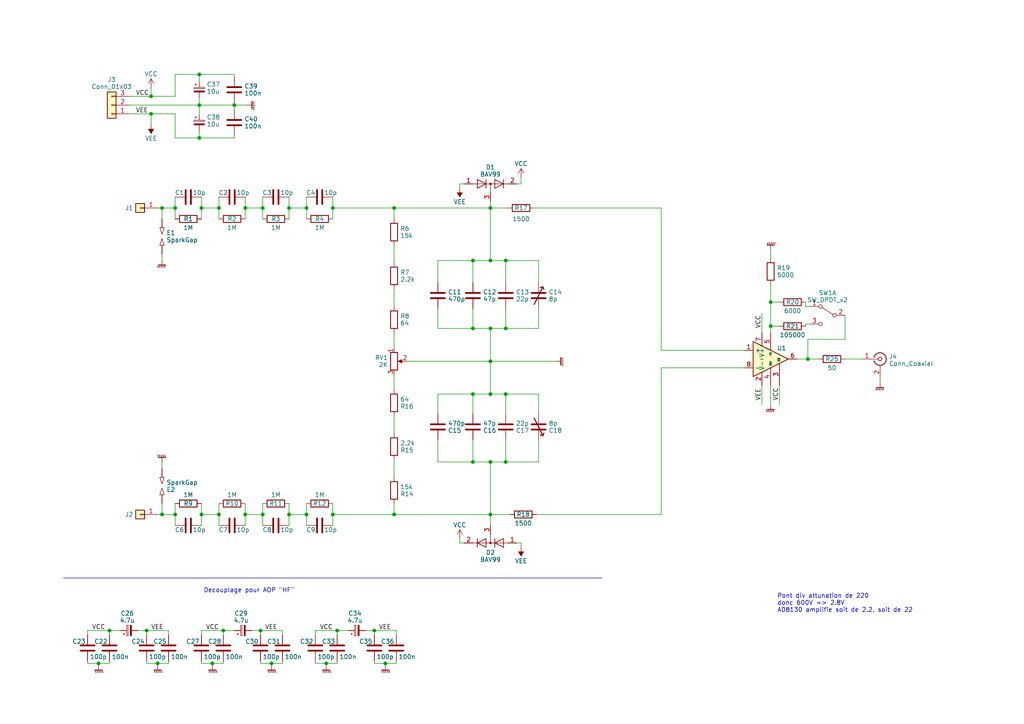
<source format=kicad_sch>
(kicad_sch (version 20230121) (generator eeschema)
  (paper "A4")
  (title_block (title "Sonde differentielle 10 - 100x 600V") (date "2023-06-28") (rev "0.1") (comment 1 "Bande passant d'env 60MHz en 100x") (comment 2 "Bande passant d'env 12 MHz en 10x"))
  (lib_symbols
    (symbol "Connector:Conn_Coaxial" (pin_names (offset 1.016) hide)
      (property "Reference" "J" (at 0.254 3.048 0))
      (property "Value" "Conn_Coaxial" (at 2.921 0 90))
      (symbol "Conn_Coaxial_0_1"
        (arc (start -1.778 -0.508) (mid 0.2311 -1.8066) (end 1.778 0) (stroke (width 0.254)))
        (polyline (pts (xy -2.54 0) (xy -0.508 0)))
        (polyline (pts (xy 0 -2.54) (xy 0 -1.778)))
        (circle (center 0 0) (radius 0.508) (stroke (width 0.2032)))
        (arc (start 1.778 0) (mid 0.2099 1.8101) (end -1.778 0.508) (stroke (width 0.254)))
      )
      (symbol "Conn_Coaxial_1_1"
        (pin passive line (at -5.08 0 0) (length 2.54) (name "In") (number "1"))
        (pin passive line (at 0 -5.08 90) (length 2.54) (name "Ext") (number "2"))
      )
    )
    (symbol "Connector_Generic:Conn_01x01" (pin_names (offset 1.016) hide)
      (property "Reference" "J" (at 0 2.54 0))
      (property "Value" "Conn_01x01" (at 0 -2.54 0))
      (symbol "Conn_01x01_1_1"
        (rectangle (start -1.27 0.127) (end 0 -0.127) (stroke (width 0.1524)))
        (rectangle (start -1.27 1.27) (end 1.27 -1.27) (stroke (width 0.254)) (fill (type background)))
        (pin passive line (at -5.08 0 0) (length 3.81) (name "Pin_1") (number "1"))
      )
    )
    (symbol "Connector_Generic:Conn_01x03" (pin_names (offset 1.016) hide)
      (property "Reference" "J" (at 0 5.08 0))
      (property "Value" "Conn_01x03" (at 0 -5.08 0))
      (symbol "Conn_01x03_1_1"
        (rectangle (start -1.27 -2.413) (end 0 -2.667) (stroke (width 0.1524)))
        (rectangle (start -1.27 0.127) (end 0 -0.127) (stroke (width 0.1524)))
        (rectangle (start -1.27 2.667) (end 0 2.413) (stroke (width 0.1524)))
        (rectangle (start -1.27 3.81) (end 1.27 -3.81) (stroke (width 0.254)) (fill (type background)))
        (pin passive line (at -5.08 2.54 0) (length 3.81) (name "Pin_1") (number "1"))
        (pin passive line (at -5.08 0 0) (length 3.81) (name "Pin_2") (number "2"))
        (pin passive line (at -5.08 -2.54 0) (length 3.81) (name "Pin_3") (number "3"))
      )
    )
    (symbol "Device:C" (pin_numbers hide) (pin_names (offset 0.254))
      (property "Reference" "C" (at 0.635 2.54 0))
      (property "Value" "C" (at 0.635 -2.54 0))
      (symbol "C_0_1"
        (polyline (pts (xy -2.032 -0.762) (xy 2.032 -0.762)) (stroke (width 0.508)))
        (polyline (pts (xy -2.032 0.762) (xy 2.032 0.762)) (stroke (width 0.508)))
      )
      (symbol "C_1_1"
        (pin passive line (at 0 3.81 270) (length 2.794) (name "~") (number "1"))
        (pin passive line (at 0 -3.81 90) (length 2.794) (name "~") (number "2"))
      )
    )
    (symbol "Device:C_Polarized_Small" (pin_numbers hide) (pin_names (offset 0.254) hide)
      (property "Reference" "C" (at 0.254 1.778 0))
      (property "Value" "C_Polarized_Small" (at 0.254 -2.032 0))
      (symbol "C_Polarized_Small_0_1"
        (rectangle (start -1.524 -0.3048) (end 1.524 -0.6858) (fill (type outline)))
        (rectangle (start -1.524 0.6858) (end 1.524 0.3048))
        (polyline (pts (xy -1.27 1.524) (xy -0.762 1.524)))
        (polyline (pts (xy -1.016 1.27) (xy -1.016 1.778)))
      )
      (symbol "C_Polarized_Small_1_1"
        (pin passive line (at 0 2.54 270) (length 1.8542) (name "~") (number "1"))
        (pin passive line (at 0 -2.54 90) (length 1.8542) (name "~") (number "2"))
      )
    )
    (symbol "Device:C_Variable" (pin_numbers hide) (pin_names (offset 0.254) hide)
      (property "Reference" "C" (at 0.635 -1.905 0))
      (property "Value" "C_Variable" (at 0.635 -3.81 0))
      (symbol "C_Variable_0_1"
        (polyline (pts (xy -2.032 -0.762) (xy 2.032 -0.762)) (stroke (width 0.508)))
        (polyline (pts (xy -2.032 0.762) (xy 2.032 0.762)) (stroke (width 0.508)))
        (polyline (pts (xy 1.27 2.54) (xy -1.27 -2.54)) (stroke (width 0.3048)))
        (polyline (pts (xy 1.27 2.54) (xy 0.508 2.286)) (stroke (width 0.3048)))
        (polyline (pts (xy 1.27 2.54) (xy 1.524 1.778)) (stroke (width 0.3048)))
      )
      (symbol "C_Variable_1_1"
        (pin passive line (at 0 3.81 270) (length 3.048) (name "~") (number "1"))
        (pin passive line (at 0 -3.81 90) (length 3.048) (name "~") (number "2"))
      )
    )
    (symbol "Device:R" (pin_numbers hide) (pin_names (offset 0))
      (property "Reference" "R" (at 2.032 0 90))
      (property "Value" "R" (at 0 0 90))
      (symbol "R_0_1"
        (rectangle (start -1.016 -2.54) (end 1.016 2.54) (stroke (width 0.254)))
      )
      (symbol "R_1_1"
        (pin passive line (at 0 3.81 270) (length 1.27) (name "~") (number "1"))
        (pin passive line (at 0 -3.81 90) (length 1.27) (name "~") (number "2"))
      )
    )
    (symbol "Device:R_Potentiometer" (pin_names (offset 1.016) hide)
      (property "Reference" "RV" (at -4.445 0 90))
      (property "Value" "R_Potentiometer" (at -2.54 0 90))
      (symbol "R_Potentiometer_0_1"
        (polyline (pts (xy 2.54 0) (xy 1.524 0)))
        (polyline (pts (xy 1.143 0) (xy 2.286 0.508) (xy 2.286 -0.508) (xy 1.143 0)) (fill (type outline)))
        (rectangle (start 1.016 2.54) (end -1.016 -2.54) (stroke (width 0.254)))
      )
      (symbol "R_Potentiometer_1_1"
        (pin passive line (at 0 3.81 270) (length 1.27) (name "1") (number "1"))
        (pin passive line (at 3.81 0 180) (length 1.27) (name "2") (number "2"))
        (pin passive line (at 0 -3.81 90) (length 1.27) (name "3") (number "3"))
      )
    )
    (symbol "Device:SparkGap" (pin_numbers hide) (pin_names (offset 0))
      (property "Reference" "E" (at 0 2.032 0))
      (property "Value" "SparkGap" (at 0 -1.905 0))
      (symbol "SparkGap_0_1"
        (polyline (pts (xy -2.54 0.635) (xy -2.54 -0.635) (xy -0.635 0) (xy -2.54 0.635)))
        (polyline (pts (xy 2.54 0.635) (xy 2.54 -0.635) (xy 0.635 0) (xy 2.54 0.635)))
      )
      (symbol "SparkGap_1_1"
        (pin passive line (at -5.08 0 0) (length 2.54) (name "~") (number "1"))
        (pin passive line (at 5.08 0 180) (length 2.54) (name "~") (number "2"))
      )
    )
    (symbol "Diode:BAV99" (pin_names hide)
      (property "Reference" "D" (at 0 5.08 0))
      (property "Value" "BAV99" (at 0 2.54 0))
      (symbol "BAV99_0_1"
        (polyline (pts (xy -5.08 0) (xy 5.08 0)))
      )
      (symbol "BAV99_1_1"
        (polyline (pts (xy 0 0) (xy 0 -2.54)))
        (polyline (pts (xy -1.27 -1.27) (xy -1.27 1.27) (xy -1.27 1.27)) (stroke (width 0.2032)))
        (polyline (pts (xy 3.81 1.27) (xy 3.81 -1.27) (xy 3.81 -1.27)) (stroke (width 0.2032)))
        (polyline (pts (xy -3.81 1.27) (xy -1.27 0) (xy -3.81 -1.27) (xy -3.81 1.27) (xy -3.81 1.27) (xy -3.81 1.27)) (stroke (width 0.2032)))
        (polyline (pts (xy 1.27 1.27) (xy 3.81 0) (xy 1.27 -1.27) (xy 1.27 1.27) (xy 1.27 1.27) (xy 1.27 1.27)) (stroke (width 0.2032)))
        (circle (center 0 0) (radius 0.254) (fill (type outline)))
        (pin passive line (at -7.62 0 0) (length 2.54) (name "K") (number "1"))
        (pin passive line (at 7.62 0 180) (length 2.54) (name "A") (number "2"))
        (pin passive line (at 0 -5.08 90) (length 2.54) (name "K") (number "3"))
      )
    )
    (symbol "Switch:SW_DPDT_x2" (pin_names (offset 0) hide)
      (property "Reference" "SW" (at 0 4.318 0))
      (property "Value" "SW_DPDT_x2" (at 0 -5.08 0))
      (symbol "SW_DPDT_x2_0_0"
        (circle (center -2.032 0) (radius 0.508))
        (circle (center 2.032 -2.54) (radius 0.508))
      )
      (symbol "SW_DPDT_x2_0_1"
        (polyline (pts (xy -1.524 0.254) (xy 1.651 2.286)))
        (circle (center 2.032 2.54) (radius 0.508))
      )
      (symbol "SW_DPDT_x2_1_1"
        (pin passive line (at 5.08 2.54 180) (length 2.54) (name "A") (number "1"))
        (pin passive line (at -5.08 0 0) (length 2.54) (name "B") (number "2"))
        (pin passive line (at 5.08 -2.54 180) (length 2.54) (name "C") (number "3"))
      )
      (symbol "SW_DPDT_x2_2_1"
        (pin passive line (at 5.08 2.54 180) (length 2.54) (name "A") (number "4"))
        (pin passive line (at -5.08 0 0) (length 2.54) (name "B") (number "5"))
        (pin passive line (at 5.08 -2.54 180) (length 2.54) (name "C") (number "6"))
      )
    )
    (symbol "Xg_lib_sch_v6:AD8130_29"
      (property "Reference" "U" (at 0 0 0))
      (symbol "AD8130_29_0_1"
        (polyline (pts (xy 7.62 0) (xy -2.54 5.08) (xy -2.54 -5.08) (xy 7.62 0)) (stroke (width 0.254)) (fill (type background)))
      )
      (symbol "AD8130_29_1_1"
        (pin input line (at -5.08 2.54 0) (length 2.54) (name "+") (number "1"))
        (pin power_in line (at 0 -7.62 90) (length 3.81) (name "V-") (number "2"))
        (pin passive line (at 5.08 -7.62 90) (length 6.35) (name "~{PD}") (number "3"))
        (pin passive line (at 2.54 -7.62 90) (length 5.08) (name "REF") (number "4"))
        (pin passive line (at 2.54 7.62 270) (length 5.08) (name "FB") (number "5"))
        (pin output line (at 10.16 0 180) (length 2.54) (name "~") (number "6"))
        (pin power_in line (at 0 7.62 270) (length 3.81) (name "V+") (number "7"))
        (pin input line (at -5.08 -2.54 0) (length 2.54) (name "-") (number "8"))
      )
    )
    (symbol "power:GNDPWR" (power) (pin_names (offset 0))
      (property "Value" "GNDPWR" (at 0 -3.302 0))
      (symbol "GNDPWR_0_1"
        (polyline (pts (xy 0 -1.27) (xy 0 0)))
        (polyline (pts (xy -1.016 -1.27) (xy -1.27 -2.032) (xy -1.27 -2.032)) (stroke (width 0.2032)))
        (polyline (pts (xy -0.508 -1.27) (xy -0.762 -2.032) (xy -0.762 -2.032)) (stroke (width 0.2032)))
        (polyline (pts (xy 0 -1.27) (xy -0.254 -2.032) (xy -0.254 -2.032)) (stroke (width 0.2032)))
        (polyline (pts (xy 0.508 -1.27) (xy 0.254 -2.032) (xy 0.254 -2.032)) (stroke (width 0.2032)))
        (polyline (pts (xy 1.016 -1.27) (xy -1.016 -1.27) (xy -1.016 -1.27)) (stroke (width 0.2032)))
        (polyline (pts (xy 1.016 -1.27) (xy 0.762 -2.032) (xy 0.762 -2.032) (xy 0.762 -2.032)) (stroke (width 0.2032)))
      )
      (symbol "GNDPWR_1_1"
        (pin power_in line (at 0 0 270) (length 0) hide (name "GNDPWR") (number "1"))
      )
    )
    (symbol "power:VCC" (power) (pin_names (offset 0))
      (property "Value" "VCC" (at 0 3.81 0))
      (symbol "VCC_0_1"
        (polyline (pts (xy -0.762 1.27) (xy 0 2.54)))
        (polyline (pts (xy 0 0) (xy 0 2.54)))
        (polyline (pts (xy 0 2.54) (xy 0.762 1.27)))
      )
      (symbol "VCC_1_1"
        (pin power_in line (at 0 0 90) (length 0) hide (name "VCC") (number "1"))
      )
    )
    (symbol "power:VEE" (power) (pin_names (offset 0))
      (property "Value" "VEE" (at 0 3.81 0))
      (symbol "VEE_0_1"
        (polyline (pts (xy 0 0) (xy 0 2.54)))
        (polyline (pts (xy 0.762 1.27) (xy -0.762 1.27) (xy 0 2.54) (xy 0.762 1.27)) (fill (type outline)))
      )
      (symbol "VEE_1_1"
        (pin power_in line (at 0 0 90) (length 0) hide (name "VEE") (number "1"))
      )
    )
  )
  (junction (at 223.52 87.63))
  (junction (at 43.815 33.02))
  (junction (at 96.52 60.325))
  (junction (at 58.42 60.325))
  (junction (at 96.52 149.225))
  (junction (at 71.12 60.325))
  (junction (at 146.685 95.25))
  (junction (at 234.315 104.14))
  (junction (at 142.24 104.775))
  (junction (at 50.8 60.325))
  (junction (at 67.945 30.48))
  (junction (at 78.74 192.405))
  (junction (at 137.16 114.3))
  (junction (at 50.8 149.225))
  (junction (at 76.2 60.325))
  (junction (at 142.24 95.25))
  (junction (at 142.24 114.3))
  (junction (at 94.615 192.405))
  (junction (at 146.685 75.565))
  (junction (at 111.76 192.405))
  (junction (at 146.685 133.985))
  (junction (at 114.3 149.225))
  (junction (at 137.16 75.565))
  (junction (at 63.5 149.225))
  (junction (at 61.595 192.405))
  (junction (at 83.82 60.325))
  (junction (at 146.685 114.3))
  (junction (at 57.785 21.59))
  (junction (at 137.16 95.25))
  (junction (at 142.24 133.985))
  (junction (at 71.12 149.225))
  (junction (at 31.75 182.88))
  (junction (at 142.24 149.225))
  (junction (at 46.99 149.225))
  (junction (at 57.785 30.48))
  (junction (at 57.785 40.005))
  (junction (at 58.42 149.225))
  (junction (at 142.24 75.565))
  (junction (at 45.72 192.405))
  (junction (at 83.82 149.225))
  (junction (at 76.2 149.225))
  (junction (at 64.77 182.88))
  (junction (at 88.9 149.225))
  (junction (at 137.16 133.985))
  (junction (at 142.24 60.325))
  (junction (at 42.545 182.88))
  (junction (at 63.5 60.325))
  (junction (at 75.565 182.88))
  (junction (at 28.575 192.405))
  (junction (at 223.52 94.615))
  (junction (at 114.3 60.325))
  (junction (at 46.99 60.325))
  (junction (at 43.815 27.94))
  (junction (at 97.79 182.88))
  (junction (at 88.9 60.325))
  (junction (at 108.585 182.88))
  (wire (pts (xy 155.575 149.225) (xy 191.77 149.225)))
  (wire (pts (xy 76.2 60.325) (xy 76.2 63.5)))
  (wire (pts (xy 43.815 33.02) (xy 43.815 36.195)))
  (wire (pts (xy 48.895 191.77) (xy 48.895 192.405)))
  (wire (pts (xy 46.99 73.66) (xy 46.99 75.565)))
  (wire (pts (xy 46.99 149.225) (xy 50.8 149.225)))
  (wire (pts (xy 71.12 152.4) (xy 71.12 149.225)))
  (wire (pts (xy 223.52 82.55) (xy 223.52 87.63)))
  (wire (pts (xy 134.62 53.34) (xy 133.35 53.34)))
  (wire (pts (xy 151.13 157.48) (xy 151.13 158.75)))
  (wire (pts (xy 28.575 192.405) (xy 25.4 192.405)))
  (wire (pts (xy 58.42 60.325) (xy 63.5 60.325)))
  (wire (pts (xy 245.11 91.44) (xy 245.11 98.425)))
  (wire (pts (xy 83.82 149.225) (xy 88.9 149.225)))
  (wire (pts (xy 96.52 149.225) (xy 96.52 146.05)))
  (wire (pts (xy 97.79 182.88) (xy 97.79 184.15)))
  (wire (pts (xy 83.82 152.4) (xy 83.82 149.225)))
  (wire (pts (xy 137.16 75.565) (xy 137.16 81.915)))
  (wire (pts (xy 42.545 192.405) (xy 45.72 192.405)))
  (wire (pts (xy 114.3 149.225) (xy 142.24 149.225)))
  (wire (pts (xy 154.94 60.325) (xy 191.77 60.325)))
  (wire (pts (xy 42.545 184.15) (xy 42.545 182.88)))
  (wire (pts (xy 114.3 146.05) (xy 114.3 149.225)))
  (wire (pts (xy 156.21 95.25) (xy 156.21 89.535)))
  (wire (pts (xy 223.52 72.39) (xy 223.52 74.93)))
  (wire (pts (xy 191.77 60.325) (xy 191.77 101.6)))
  (wire (pts (xy 127 89.535) (xy 127 95.25)))
  (wire (pts (xy 58.42 182.88) (xy 64.77 182.88)))
  (wire (pts (xy 108.585 191.77) (xy 108.585 192.405)))
  (wire (pts (xy 234.315 98.425) (xy 234.315 104.14)))
  (wire (pts (xy 61.595 192.405) (xy 61.595 193.04)))
  (wire (pts (xy 114.3 138.43) (xy 114.3 133.35)))
  (wire (pts (xy 48.895 182.88) (xy 48.895 184.15)))
  (wire (pts (xy 156.21 114.3) (xy 156.21 120.015)))
  (wire (pts (xy 91.44 184.15) (xy 91.44 182.88)))
  (wire (pts (xy 58.42 149.225) (xy 63.5 149.225)))
  (wire (pts (xy 25.4 182.88) (xy 31.75 182.88)))
  (wire (pts (xy 151.13 51.435) (xy 151.13 53.34)))
  (wire (pts (xy 97.79 182.88) (xy 100.965 182.88)))
  (wire (pts (xy 91.44 182.88) (xy 97.79 182.88)))
  (wire (pts (xy 58.42 192.405) (xy 58.42 191.77)))
  (wire (pts (xy 28.575 192.405) (xy 28.575 193.04)))
  (wire (pts (xy 37.465 33.02) (xy 43.815 33.02)))
  (wire (pts (xy 63.5 60.325) (xy 63.5 63.5)))
  (wire (pts (xy 50.8 33.02) (xy 50.8 40.005)))
  (wire (pts (xy 97.79 192.405) (xy 94.615 192.405)))
  (wire (pts (xy 127 81.915) (xy 127 75.565)))
  (wire (pts (xy 31.75 192.405) (xy 28.575 192.405)))
  (wire (pts (xy 142.24 149.225) (xy 142.24 152.4)))
  (wire (pts (xy 64.77 192.405) (xy 61.595 192.405)))
  (wire (pts (xy 45.72 192.405) (xy 45.72 193.04)))
  (wire (pts (xy 114.3 108.585) (xy 114.3 113.03)))
  (wire (pts (xy 83.82 149.225) (xy 83.82 146.05)))
  (wire (pts (xy 96.52 60.325) (xy 114.3 60.325)))
  (wire (pts (xy 191.77 101.6) (xy 215.9 101.6)))
  (wire (pts (xy 133.35 157.48) (xy 134.62 157.48)))
  (wire (pts (xy 142.24 95.25) (xy 142.24 104.775)))
  (wire (pts (xy 75.565 182.88) (xy 81.915 182.88)))
  (wire (pts (xy 191.77 106.68) (xy 191.77 149.225)))
  (wire (pts (xy 81.915 191.77) (xy 81.915 192.405)))
  (wire (pts (xy 76.2 149.225) (xy 76.2 146.05)))
  (wire (pts (xy 127 133.985) (xy 137.16 133.985)))
  (wire (pts (xy 137.16 89.535) (xy 137.16 95.25)))
  (wire (pts (xy 76.2 57.15) (xy 76.2 60.325)))
  (wire (pts (xy 142.24 104.775) (xy 142.24 114.3)))
  (wire (pts (xy 142.24 60.325) (xy 147.32 60.325)))
  (wire (pts (xy 63.5 57.15) (xy 63.5 60.325)))
  (wire (pts (xy 57.785 21.59) (xy 57.785 23.495)))
  (wire (pts (xy 127 114.3) (xy 137.16 114.3)))
  (wire (pts (xy 146.685 133.985) (xy 146.685 127.635)))
  (wire (pts (xy 156.21 75.565) (xy 156.21 81.915)))
  (wire (pts (xy 146.685 75.565) (xy 156.21 75.565)))
  (wire (pts (xy 133.35 156.21) (xy 133.35 157.48)))
  (wire (pts (xy 108.585 182.88) (xy 114.935 182.88)))
  (wire (pts (xy 114.3 125.73) (xy 114.3 120.65)))
  (wire (pts (xy 67.945 30.48) (xy 67.945 31.75)))
  (wire (pts (xy 57.785 40.005) (xy 67.945 40.005)))
  (wire (pts (xy 142.24 104.775) (xy 161.29 104.775)))
  (wire (pts (xy 71.12 149.225) (xy 71.12 146.05)))
  (wire (pts (xy 75.565 191.77) (xy 75.565 192.405)))
  (wire (pts (xy 25.4 192.405) (xy 25.4 191.77)))
  (wire (pts (xy 146.685 89.535) (xy 146.685 95.25)))
  (wire (pts (xy 40.005 182.88) (xy 42.545 182.88)))
  (wire (pts (xy 106.045 182.88) (xy 108.585 182.88)))
  (wire (pts (xy 142.24 114.3) (xy 146.685 114.3)))
  (wire (pts (xy 57.785 30.48) (xy 57.785 33.02)))
  (wire (pts (xy 91.44 192.405) (xy 91.44 191.77)))
  (wire (pts (xy 50.8 40.005) (xy 57.785 40.005)))
  (wire (pts (xy 83.82 60.325) (xy 83.82 63.5)))
  (wire (pts (xy 64.77 191.77) (xy 64.77 192.405)))
  (wire (pts (xy 63.5 149.225) (xy 63.5 146.05)))
  (wire (pts (xy 83.82 60.325) (xy 88.9 60.325)))
  (wire (pts (xy 245.11 98.425) (xy 234.315 98.425)))
  (wire (pts (xy 94.615 192.405) (xy 94.615 193.04)))
  (wire (pts (xy 146.685 120.015) (xy 146.685 114.3)))
  (wire (pts (xy 46.99 60.325) (xy 46.99 63.5)))
  (wire (pts (xy 57.785 38.1) (xy 57.785 40.005)))
  (wire (pts (xy 220.98 90.805) (xy 220.98 96.52)))
  (wire (pts (xy 96.52 152.4) (xy 96.52 149.225)))
  (wire (pts (xy 83.82 57.15) (xy 83.82 60.325)))
  (wire (pts (xy 146.685 95.25) (xy 156.21 95.25)))
  (wire (pts (xy 88.9 60.325) (xy 88.9 63.5)))
  (wire (pts (xy 114.3 83.82) (xy 114.3 88.9)))
  (wire (pts (xy 234.315 104.14) (xy 237.49 104.14)))
  (wire (pts (xy 137.16 133.985) (xy 137.16 127.635)))
  (wire (pts (xy 46.99 60.325) (xy 50.8 60.325)))
  (wire (pts (xy 67.945 40.005) (xy 67.945 39.37)))
  (wire (pts (xy 137.16 114.3) (xy 142.24 114.3)))
  (wire (pts (xy 76.2 152.4) (xy 76.2 149.225)))
  (wire (pts (xy 45.72 192.405) (xy 48.895 192.405)))
  (wire (pts (xy 63.5 152.4) (xy 63.5 149.225)))
  (wire (pts (xy 58.42 149.225) (xy 58.42 146.05)))
  (wire (pts (xy 67.945 21.59) (xy 67.945 22.225)))
  (wire (pts (xy 223.52 87.63) (xy 223.52 94.615)))
  (wire (pts (xy 233.68 87.63) (xy 233.68 88.9)))
  (wire (pts (xy 233.68 93.98) (xy 234.95 93.98)))
  (wire (pts (xy 71.12 57.15) (xy 71.12 60.325)))
  (wire (pts (xy 37.465 30.48) (xy 57.785 30.48)))
  (wire (pts (xy 137.16 133.985) (xy 142.24 133.985)))
  (wire (pts (xy 31.75 191.77) (xy 31.75 192.405)))
  (wire (pts (xy 88.9 57.15) (xy 88.9 60.325)))
  (wire (pts (xy 146.685 75.565) (xy 146.685 81.915)))
  (wire (pts (xy 37.465 27.94) (xy 43.815 27.94)))
  (wire (pts (xy 108.585 192.405) (xy 111.76 192.405)))
  (wire (pts (xy 146.685 114.3) (xy 156.21 114.3)))
  (wire (pts (xy 50.8 149.225) (xy 50.8 146.05)))
  (wire (pts (xy 50.8 57.15) (xy 50.8 60.325)))
  (wire (pts (xy 64.77 182.88) (xy 64.77 184.15)))
  (wire (pts (xy 57.785 30.48) (xy 67.945 30.48)))
  (wire (pts (xy 75.565 184.15) (xy 75.565 182.88)))
  (wire (pts (xy 31.75 182.88) (xy 31.75 184.15)))
  (wire (pts (xy 127 127.635) (xy 127 133.985)))
  (wire (pts (xy 223.52 94.615) (xy 226.06 94.615)))
  (wire (pts (xy 43.815 25.4) (xy 43.815 27.94)))
  (wire (pts (xy 226.06 111.76) (xy 226.06 117.475)))
  (wire (pts (xy 64.77 182.88) (xy 67.945 182.88)))
  (wire (pts (xy 233.68 88.9) (xy 234.95 88.9)))
  (wire (pts (xy 58.42 57.15) (xy 58.42 60.325)))
  (wire (pts (xy 149.86 53.34) (xy 151.13 53.34)))
  (wire (pts (xy 223.52 94.615) (xy 223.52 96.52)))
  (wire (pts (xy 233.68 94.615) (xy 233.68 93.98)))
  (wire (pts (xy 137.16 75.565) (xy 142.24 75.565)))
  (wire (pts (xy 149.86 157.48) (xy 151.13 157.48)))
  (wire (pts (xy 156.21 133.985) (xy 156.21 127.635)))
  (wire (pts (xy 73.025 182.88) (xy 75.565 182.88)))
  (wire (pts (xy 142.24 133.985) (xy 146.685 133.985)))
  (wire (pts (xy 245.11 104.14) (xy 250.19 104.14)))
  (wire (pts (xy 75.565 192.405) (xy 78.74 192.405)))
  (wire (pts (xy 118.11 104.775) (xy 142.24 104.775)))
  (wire (pts (xy 114.3 63.5) (xy 114.3 60.325)))
  (wire (pts (xy 142.24 58.42) (xy 142.24 60.325)))
  (wire (pts (xy 50.8 27.94) (xy 50.8 21.59)))
  (wire (pts (xy 114.3 71.12) (xy 114.3 76.2)))
  (wire (pts (xy 127 95.25) (xy 137.16 95.25)))
  (wire (pts (xy 50.8 60.325) (xy 50.8 63.5)))
  (wire (pts (xy 142.24 60.325) (xy 142.24 75.565)))
  (wire (pts (xy 223.52 111.76) (xy 223.52 117.475)))
  (wire (pts (xy 220.98 111.76) (xy 220.98 117.475)))
  (wire (pts (xy 114.935 182.88) (xy 114.935 184.15)))
  (wire (pts (xy 142.24 75.565) (xy 146.685 75.565)))
  (wire (pts (xy 43.815 33.02) (xy 50.8 33.02)))
  (wire (pts (xy 50.8 152.4) (xy 50.8 149.225)))
  (wire (pts (xy 71.12 60.325) (xy 71.12 63.5)))
  (wire (pts (xy 57.785 21.59) (xy 67.945 21.59)))
  (wire (pts (xy 43.815 27.94) (xy 50.8 27.94)))
  (wire (pts (xy 67.945 30.48) (xy 71.755 30.48)))
  (wire (pts (xy 223.52 87.63) (xy 226.06 87.63)))
  (wire (pts (xy 78.74 192.405) (xy 81.915 192.405)))
  (wire (pts (xy 78.74 192.405) (xy 78.74 193.04)))
  (wire (pts (xy 96.52 60.325) (xy 96.52 63.5)))
  (wire (pts (xy 25.4 184.15) (xy 25.4 182.88)))
  (wire (pts (xy 111.76 192.405) (xy 114.935 192.405)))
  (wire (pts (xy 45.72 149.225) (xy 46.99 149.225)))
  (wire (pts (xy 114.3 60.325) (xy 142.24 60.325)))
  (wire (pts (xy 114.3 96.52) (xy 114.3 100.965)))
  (wire (pts (xy 31.75 182.88) (xy 34.925 182.88)))
  (wire (pts (xy 127 75.565) (xy 137.16 75.565)))
  (wire (pts (xy 231.14 104.14) (xy 234.315 104.14)))
  (wire (pts (xy 42.545 191.77) (xy 42.545 192.405)))
  (wire (pts (xy 46.99 135.89) (xy 46.99 133.985)))
  (wire (pts (xy 111.76 192.405) (xy 111.76 193.04)))
  (wire (pts (xy 81.915 182.88) (xy 81.915 184.15)))
  (wire (pts (xy 94.615 192.405) (xy 91.44 192.405)))
  (wire (pts (xy 146.685 133.985) (xy 156.21 133.985)))
  (wire (pts (xy 88.9 152.4) (xy 88.9 149.225)))
  (polyline (pts (xy 18.415 167.64) (xy 174.625 167.64)))
  (wire (pts (xy 67.945 29.845) (xy 67.945 30.48)))
  (wire (pts (xy 42.545 182.88) (xy 48.895 182.88)))
  (wire (pts (xy 127 120.015) (xy 127 114.3)))
  (wire (pts (xy 114.935 191.77) (xy 114.935 192.405)))
  (wire (pts (xy 137.16 120.015) (xy 137.16 114.3)))
  (wire (pts (xy 96.52 57.15) (xy 96.52 60.325)))
  (wire (pts (xy 133.35 53.34) (xy 133.35 54.61)))
  (wire (pts (xy 58.42 184.15) (xy 58.42 182.88)))
  (wire (pts (xy 45.72 60.325) (xy 46.99 60.325)))
  (wire (pts (xy 57.785 28.575) (xy 57.785 30.48)))
  (wire (pts (xy 50.8 21.59) (xy 57.785 21.59)))
  (wire (pts (xy 147.955 149.225) (xy 142.24 149.225)))
  (wire (pts (xy 88.9 149.225) (xy 88.9 146.05)))
  (wire (pts (xy 255.27 109.22) (xy 255.27 111.125)))
  (wire (pts (xy 46.99 149.225) (xy 46.99 146.05)))
  (wire (pts (xy 215.9 106.68) (xy 191.77 106.68)))
  (wire (pts (xy 61.595 192.405) (xy 58.42 192.405)))
  (wire (pts (xy 58.42 152.4) (xy 58.42 149.225)))
  (wire (pts (xy 96.52 149.225) (xy 114.3 149.225)))
  (wire (pts (xy 137.16 95.25) (xy 142.24 95.25)))
  (wire (pts (xy 71.12 149.225) (xy 76.2 149.225)))
  (wire (pts (xy 142.24 95.25) (xy 146.685 95.25)))
  (wire (pts (xy 71.12 60.325) (xy 76.2 60.325)))
  (wire (pts (xy 142.24 133.985) (xy 142.24 149.225)))
  (wire (pts (xy 97.79 191.77) (xy 97.79 192.405)))
  (wire (pts (xy 58.42 60.325) (xy 58.42 63.5)))
  (wire (pts (xy 108.585 184.15) (xy 108.585 182.88)))
  (text "Decouplage pour AOP \"HF\"" (at 59.055 172.085 0) (effects (font (size 1.27 1.27)) (justify left bottom)))
  (text "Pont div attunation de 220\ndonc 600V => 2.8V\nAD8130 amplifie soit de 2.2, soit de 22" (at 225.425 177.8 0) (effects (font (size 1.27 1.27)) (justify left bottom)))
  (label "VCC" (at 26.67 182.88 0))
  (label "VEE" (at 39.37 33.02 0))
  (label "VCC" (at 39.37 27.94 0))
  (label "VEE" (at 76.835 182.88 0))
  (label "VCC" (at 220.98 95.25 90))
  (label "VCC" (at 59.69 182.88 0))
  (label "VCC" (at 92.71 182.88 0))
  (label "VCC" (at 226.06 116.205 90))
  (label "VEE" (at 220.98 116.205 90))
  (label "VEE" (at 43.815 182.88 0))
  (label "VEE" (at 109.855 182.88 0))
  (symbol (lib_id "Device:C") (at 91.44 187.96 0) (unit 1)
    (property "Reference" "C32" (at 86.995 186.055 0) (effects (justify left)))
    (property "Value" "100p" (at 92.075 190.5 0) (effects (justify left)))
    (property "Footprint" "Capacitor_THT:C_Disc_D7.5mm_W5.0mm_P10.00mm" (effects hide))
  )
  (symbol (lib_id "Device:C") (at 31.75 187.96 0) (unit 1)
    (property "Reference" "C22" (at 27.305 186.055 0) (effects (justify left)))
    (property "Value" "100n" (at 32.385 190.5 0) (effects (justify left)))
    (property "Footprint" "Capacitor_THT:C_Rect_L10.0mm_W5.0mm_P5.00mm_P7.50mm" (effects hide))
  )
  (symbol (lib_id "power:GNDPWR") (at 223.52 72.39 180) (unit 1)
    (property "Reference" "#PWR019" (effects hide))
    (property "Value" "GNDPWR" (effects hide))
  )
  (symbol (lib_id "Device:C") (at 25.4 187.96 0) (unit 1)
    (property "Reference" "C23" (at 20.955 186.055 0) (effects (justify left)))
    (property "Value" "100p" (at 26.035 190.5 0) (effects (justify left)))
    (property "Footprint" "Capacitor_THT:C_Disc_D7.5mm_W5.0mm_P10.00mm" (effects hide))
  )
  (symbol (lib_id "Device:R") (at 151.13 60.325 90) (unit 1)
    (property "Reference" "R17" (at 151.13 60.325 90))
    (property "Value" "1500" (at 151.13 63.5 90))
    (property "Footprint" "Resistor_THT:R_Axial_DIN0207_L6.3mm_D2.5mm_P10.16mm_Horizontal" (effects hide))
  )
  (symbol (lib_id "Device:C_Variable") (at 156.21 85.725 0) (unit 1)
    (property "Reference" "C14" (at 159.131 84.701 0) (effects (justify left)))
    (property "Value" "8p" (at 159.131 86.749 0) (effects (justify left)))
    (property "Footprint" "Potentiometer_THT:Potentiometer_ACP_CA9-H2,5_Horizontal" (effects hide))
  )
  (symbol (lib_id "Device:R") (at 229.87 94.615 90) (unit 1)
    (property "Reference" "R21" (at 229.87 94.615 90))
    (property "Value" "105000" (at 229.87 97.155 90))
    (property "Footprint" "Resistor_THT:R_Axial_DIN0207_L6.3mm_D2.5mm_P10.16mm_Horizontal" (effects hide))
  )
  (symbol (lib_id "power:GNDPWR") (at 45.72 193.04 0) (mirror y) (unit 1)
    (property "Reference" "#PWR014" (effects hide))
    (property "Value" "GNDPWR" (effects hide))
  )
  (symbol (lib_id "Device:C_Polarized_Small") (at 37.465 182.88 90) (unit 1)
    (property "Reference" "C26" (at 36.9189 177.903 90))
    (property "Value" "4.7u" (at 36.9189 179.951 90))
    (property "Footprint" "Capacitor_THT:CP_Radial_D8.0mm_P5.00mm" (effects hide))
  )
  (symbol (lib_id "Device:C") (at 108.585 187.96 0) (unit 1)
    (property "Reference" "C35" (at 104.14 186.055 0) (effects (justify left)))
    (property "Value" "100p" (at 109.22 190.5 0) (effects (justify left)))
    (property "Footprint" "Capacitor_THT:C_Disc_D7.5mm_W5.0mm_P10.00mm" (effects hide))
  )
  (symbol (lib_id "Device:R") (at 54.61 146.05 90) (mirror x) (unit 1)
    (property "Reference" "R9" (at 54.61 146.05 90))
    (property "Value" "1M" (at 54.61 143.51 90))
    (property "Footprint" "Resistor_THT:R_Axial_DIN0207_L6.3mm_D2.5mm_P10.16mm_Horizontal" (effects hide))
  )
  (symbol (lib_id "Device:R") (at 67.31 63.5 90) (unit 1)
    (property "Reference" "R2" (at 67.31 63.5 90))
    (property "Value" "1M" (at 67.31 66.04 90))
    (property "Footprint" "Resistor_THT:R_Axial_DIN0207_L6.3mm_D2.5mm_P10.16mm_Horizontal" (effects hide))
  )
  (symbol (lib_id "Device:C_Polarized_Small") (at 57.785 35.56 0) (unit 1)
    (property "Reference" "C38" (at 59.944 33.9899 0) (effects (justify left)))
    (property "Value" "10u" (at 59.944 36.0379 0) (effects (justify left)))
    (property "Footprint" "Capacitor_THT:CP_Radial_D8.0mm_P5.00mm" (effects hide))
  )
  (symbol (lib_id "Device:C") (at 48.895 187.96 0) (unit 1)
    (property "Reference" "C25" (at 44.45 186.055 0) (effects (justify left)))
    (property "Value" "100n" (at 49.53 190.5 0) (effects (justify left)))
    (property "Footprint" "Capacitor_THT:C_Rect_L10.0mm_W5.0mm_P5.00mm_P7.50mm" (effects hide))
  )
  (symbol (lib_id "power:GNDPWR") (at 111.76 193.04 0) (mirror y) (unit 1)
    (property "Reference" "#PWR018" (effects hide))
    (property "Value" "GNDPWR" (effects hide))
  )
  (symbol (lib_id "power:GNDPWR") (at 46.99 133.985 0) (mirror x) (unit 1)
    (property "Reference" "#PWR02" (effects hide))
    (property "Value" "GNDPWR" (effects hide))
  )
  (symbol (lib_id "Xg_lib_sch_v6:AD8130_29") (at 220.98 104.14 0) (unit 1)
    (property "Reference" "U1" (at 226.695 100.965 0))
    (property "Value" "~" (at 220.98 104.14 0))
    (property "Footprint" "Package_SO:SOIC-8_3.9x4.9mm_P1.27mm" (effects hide))
  )
  (symbol (lib_id "Device:R") (at 114.3 116.84 0) (mirror x) (unit 1)
    (property "Reference" "R16" (at 116.078 117.864 0) (effects (justify left)))
    (property "Value" "64" (at 116.078 115.816 0) (effects (justify left)))
    (property "Footprint" "Resistor_THT:R_Axial_DIN0207_L6.3mm_D2.5mm_P10.16mm_Horizontal" (effects hide))
  )
  (symbol (lib_id "Device:C") (at 80.01 152.4 90) (mirror x) (unit 1)
    (property "Reference" "C8" (at 77.47 153.67 90))
    (property "Value" "10p" (at 83.185 153.67 90))
    (property "Footprint" "Capacitor_THT:C_Disc_D7.5mm_W5.0mm_P10.00mm" (effects hide))
  )
  (symbol (lib_id "Device:R") (at 151.765 149.225 90) (unit 1)
    (property "Reference" "R18" (at 151.765 149.225 90))
    (property "Value" "1500" (at 151.765 151.765 90))
    (property "Footprint" "Resistor_THT:R_Axial_DIN0207_L6.3mm_D2.5mm_P10.16mm_Horizontal" (effects hide))
  )
  (symbol (lib_id "Device:R") (at 114.3 80.01 0) (unit 1)
    (property "Reference" "R7" (at 116.078 78.986 0) (effects (justify left)))
    (property "Value" "2.2k" (at 116.078 81.034 0) (effects (justify left)))
    (property "Footprint" "Resistor_THT:R_Axial_DIN0207_L6.3mm_D2.5mm_P10.16mm_Horizontal" (effects hide))
  )
  (symbol (lib_id "Device:R") (at 54.61 63.5 90) (unit 1)
    (property "Reference" "R1" (at 54.61 63.5 90))
    (property "Value" "1M" (at 54.61 66.04 90))
    (property "Footprint" "Resistor_THT:R_Axial_DIN0207_L6.3mm_D2.5mm_P10.16mm_Horizontal" (effects hide))
  )
  (symbol (lib_id "Device:R") (at 67.31 146.05 90) (mirror x) (unit 1)
    (property "Reference" "R10" (at 67.31 146.05 90))
    (property "Value" "1M" (at 67.31 143.51 90))
    (property "Footprint" "Resistor_THT:R_Axial_DIN0207_L6.3mm_D2.5mm_P10.16mm_Horizontal" (effects hide))
  )
  (symbol (lib_id "Device:C") (at 64.77 187.96 0) (unit 1)
    (property "Reference" "C28" (at 60.325 186.055 0) (effects (justify left)))
    (property "Value" "100n" (at 65.405 190.5 0) (effects (justify left)))
    (property "Footprint" "Capacitor_THT:C_Rect_L10.0mm_W5.0mm_P5.00mm_P7.50mm" (effects hide))
  )
  (symbol (lib_id "Device:C") (at 80.01 57.15 90) (unit 1)
    (property "Reference" "C3" (at 77.47 55.88 90))
    (property "Value" "10p" (at 83.185 55.88 90))
    (property "Footprint" "Capacitor_THT:C_Disc_D7.5mm_W5.0mm_P10.00mm" (effects hide))
  )
  (symbol (lib_id "Device:C_Variable") (at 156.21 123.825 0) (mirror x) (unit 1)
    (property "Reference" "C18" (at 159.131 124.849 0) (effects (justify left)))
    (property "Value" "8p" (at 159.131 122.801 0) (effects (justify left)))
    (property "Footprint" "Potentiometer_THT:Potentiometer_ACP_CA9-H2,5_Horizontal" (effects hide))
  )
  (symbol (lib_id "Device:R") (at 241.3 104.14 90) (unit 1)
    (property "Reference" "R25" (at 241.3 104.14 90))
    (property "Value" "50" (at 241.3 106.68 90))
    (property "Footprint" "Resistor_THT:R_Axial_DIN0207_L6.3mm_D2.5mm_P10.16mm_Horizontal" (effects hide))
  )
  (symbol (lib_id "Connector_Generic:Conn_01x01") (at 40.64 60.325 180) (unit 1)
    (property "Reference" "J1" (at 37.465 60.325 0))
    (property "Value" "Conn_01x01" (effects hide))
    (property "Footprint" "Xg_lib_pcb:PIN_3mm" (effects hide))
  )
  (symbol (lib_id "Device:R") (at 92.71 63.5 90) (unit 1)
    (property "Reference" "R4" (at 92.71 63.5 90))
    (property "Value" "1M" (at 92.71 66.04 90))
    (property "Footprint" "Resistor_THT:R_Axial_DIN0207_L6.3mm_D2.5mm_P10.16mm_Horizontal" (effects hide))
  )
  (symbol (lib_id "Diode:BAV99") (at 142.24 157.48 180) (unit 1)
    (property "Reference" "D2" (at 142.24 160.2566 0))
    (property "Value" "BAV99" (at 142.24 162.3046 0))
    (property "Footprint" "Package_TO_SOT_SMD:SOT-23" (effects hide))
    (property "Datasheet" "https://assets.nexperia.com/documents/data-sheet/BAV99_SER.pdf" (effects hide))
  )
  (symbol (lib_id "Device:C") (at 127 85.725 0) (unit 1)
    (property "Reference" "C11" (at 129.921 84.701 0) (effects (justify left)))
    (property "Value" "470p" (at 129.921 86.749 0) (effects (justify left)))
    (property "Footprint" "Capacitor_THT:C_Disc_D7.5mm_W5.0mm_P7.50mm" (effects hide))
  )
  (symbol (lib_id "Connector:Conn_Coaxial") (at 255.27 104.14 0) (unit 1)
    (property "Reference" "J4" (at 257.8101 103.4092 0) (effects (justify left)))
    (property "Value" "Conn_Coaxial" (at 257.8101 105.4572 0) (effects (justify left)))
    (property "Footprint" "Connector_Coaxial:BNC_TEConnectivity_1478035_Horizontal" (effects hide))
    (property "Datasheet" " ~" (effects hide))
  )
  (symbol (lib_id "power:GNDPWR") (at 255.27 111.125 0) (unit 1)
    (property "Reference" "#PWR011" (effects hide))
    (property "Value" "GNDPWR" (effects hide))
  )
  (symbol (lib_id "power:GNDPWR") (at 78.74 193.04 0) (mirror y) (unit 1)
    (property "Reference" "#PWR016" (effects hide))
    (property "Value" "GNDPWR" (effects hide))
  )
  (symbol (lib_id "Device:SparkGap") (at 46.99 140.97 90) (mirror x) (unit 1)
    (property "Reference" "E2" (at 48.26 141.994 90) (effects (justify right)))
    (property "Value" "SparkGap" (at 48.26 139.946 90) (effects (justify right)))
    (property "Footprint" "Xg_lib_pcb:Spark_gap_1200" (effects hide))
  )
  (symbol (lib_id "Device:C") (at 67.31 152.4 90) (mirror x) (unit 1)
    (property "Reference" "C7" (at 64.77 153.67 90))
    (property "Value" "10p" (at 70.485 153.67 90))
    (property "Footprint" "Capacitor_THT:C_Disc_D7.5mm_W5.0mm_P10.00mm" (effects hide))
  )
  (symbol (lib_id "Device:C_Polarized_Small") (at 103.505 182.88 90) (unit 1)
    (property "Reference" "C34" (at 102.9589 177.903 90))
    (property "Value" "4.7u" (at 102.9589 179.951 90))
    (property "Footprint" "Capacitor_THT:CP_Radial_D8.0mm_P5.00mm" (effects hide))
  )
  (symbol (lib_id "Device:C") (at 146.685 123.825 0) (mirror x) (unit 1)
    (property "Reference" "C17" (at 149.606 124.849 0) (effects (justify left)))
    (property "Value" "22p" (at 149.606 122.801 0) (effects (justify left)))
    (property "Footprint" "Capacitor_THT:C_Disc_D7.5mm_W5.0mm_P10.00mm" (effects hide))
  )
  (symbol (lib_id "Device:R_Potentiometer") (at 114.3 104.775 0) (unit 1)
    (property "Reference" "RV1" (at 112.522 103.751 0) (effects (justify right)))
    (property "Value" "2K" (at 112.522 105.799 0) (effects (justify right)))
    (property "Footprint" "Potentiometer_THT:Potentiometer_Vishay_T73XX_Horizontal" (effects hide))
  )
  (symbol (lib_id "Device:C") (at 54.61 57.15 90) (unit 1)
    (property "Reference" "C1" (at 52.07 55.88 90))
    (property "Value" "10p" (at 57.785 55.88 90))
    (property "Footprint" "Capacitor_THT:C_Disc_D7.5mm_W5.0mm_P10.00mm" (effects hide))
  )
  (symbol (lib_id "power:VCC") (at 133.35 156.21 0) (unit 1)
    (property "Reference" "#PWR09" (effects hide))
    (property "Value" "VCC" (at 133.35 152.265 0))
  )
  (symbol (lib_id "power:GNDPWR") (at 28.575 193.04 0) (mirror y) (unit 1)
    (property "Reference" "#PWR013" (effects hide))
    (property "Value" "GNDPWR" (effects hide))
  )
  (symbol (lib_id "power:VEE") (at 43.815 36.195 180) (unit 1)
    (property "Reference" "#PWR06" (effects hide))
    (property "Value" "VEE" (at 43.815 40.14 0))
  )
  (symbol (lib_id "power:GNDPWR") (at 61.595 193.04 0) (mirror y) (unit 1)
    (property "Reference" "#PWR015" (effects hide))
    (property "Value" "GNDPWR" (effects hide))
  )
  (symbol (lib_id "Device:R") (at 80.01 146.05 90) (mirror x) (unit 1)
    (property "Reference" "R11" (at 80.01 146.05 90))
    (property "Value" "1M" (at 80.01 143.51 90))
    (property "Footprint" "Resistor_THT:R_Axial_DIN0207_L6.3mm_D2.5mm_P10.16mm_Horizontal" (effects hide))
  )
  (symbol (lib_id "Device:C") (at 42.545 187.96 0) (unit 1)
    (property "Reference" "C24" (at 38.1 186.055 0) (effects (justify left)))
    (property "Value" "100p" (at 43.18 190.5 0) (effects (justify left)))
    (property "Footprint" "Capacitor_THT:C_Disc_D7.5mm_W5.0mm_P10.00mm" (effects hide))
  )
  (symbol (lib_id "power:VEE") (at 151.13 158.75 180) (unit 1)
    (property "Reference" "#PWR08" (effects hide))
    (property "Value" "VEE" (at 151.13 162.695 0))
  )
  (symbol (lib_id "Device:R") (at 80.01 63.5 90) (unit 1)
    (property "Reference" "R3" (at 80.01 63.5 90))
    (property "Value" "1M" (at 80.01 66.04 90))
    (property "Footprint" "Resistor_THT:R_Axial_DIN0207_L6.3mm_D2.5mm_P10.16mm_Horizontal" (effects hide))
  )
  (symbol (lib_id "Device:R") (at 114.3 142.24 0) (mirror x) (unit 1)
    (property "Reference" "R14" (at 116.078 143.264 0) (effects (justify left)))
    (property "Value" "15k" (at 116.078 141.216 0) (effects (justify left)))
    (property "Footprint" "Resistor_THT:R_Axial_DIN0207_L6.3mm_D2.5mm_P10.16mm_Horizontal" (effects hide))
  )
  (symbol (lib_id "Device:SparkGap") (at 46.99 68.58 90) (unit 1)
    (property "Reference" "E1" (at 48.26 67.556 90) (effects (justify right)))
    (property "Value" "SparkGap" (at 48.26 69.604 90) (effects (justify right)))
    (property "Footprint" "Xg_lib_pcb:Spark_gap_1200" (effects hide))
  )
  (symbol (lib_id "Device:C") (at 146.685 85.725 0) (unit 1)
    (property "Reference" "C13" (at 149.606 84.701 0) (effects (justify left)))
    (property "Value" "22p" (at 149.606 86.749 0) (effects (justify left)))
    (property "Footprint" "Capacitor_THT:C_Disc_D7.5mm_W5.0mm_P10.00mm" (effects hide))
  )
  (symbol (lib_id "power:GNDPWR") (at 94.615 193.04 0) (mirror y) (unit 1)
    (property "Reference" "#PWR017" (effects hide))
    (property "Value" "GNDPWR" (effects hide))
  )
  (symbol (lib_id "Device:R") (at 114.3 129.54 0) (mirror x) (unit 1)
    (property "Reference" "R15" (at 116.078 130.564 0) (effects (justify left)))
    (property "Value" "2.2k" (at 116.078 128.516 0) (effects (justify left)))
    (property "Footprint" "Resistor_THT:R_Axial_DIN0207_L6.3mm_D2.5mm_P10.16mm_Horizontal" (effects hide))
  )
  (symbol (lib_id "Device:C") (at 137.16 85.725 0) (unit 1)
    (property "Reference" "C12" (at 140.081 84.701 0) (effects (justify left)))
    (property "Value" "47p" (at 140.081 86.749 0) (effects (justify left)))
    (property "Footprint" "Capacitor_THT:C_Disc_D7.5mm_W5.0mm_P10.00mm" (effects hide))
  )
  (symbol (lib_id "Device:C") (at 114.935 187.96 0) (unit 1)
    (property "Reference" "C36" (at 110.49 186.055 0) (effects (justify left)))
    (property "Value" "100n" (at 115.57 190.5 0) (effects (justify left)))
    (property "Footprint" "Capacitor_THT:C_Rect_L10.0mm_W5.0mm_P5.00mm_P7.50mm" (effects hide))
  )
  (symbol (lib_id "power:GNDPWR") (at 71.755 30.48 90) (unit 1)
    (property "Reference" "#PWR04" (effects hide))
    (property "Value" "GNDPWR" (effects hide))
  )
  (symbol (lib_id "Device:C") (at 127 123.825 0) (mirror x) (unit 1)
    (property "Reference" "C15" (at 129.921 124.849 0) (effects (justify left)))
    (property "Value" "470p" (at 129.921 122.801 0) (effects (justify left)))
    (property "Footprint" "Capacitor_THT:C_Disc_D7.5mm_W5.0mm_P7.50mm" (effects hide))
  )
  (symbol (lib_id "Switch:SW_DPDT_x2") (at 240.03 91.44 0) (mirror y) (unit 1)
    (property "Reference" "SW1" (at 240.03 84.939 0))
    (property "Value" "SW_DPDT_x2" (at 240.03 86.987 0))
    (property "Footprint" "Connector_PinSocket_2.54mm:PinSocket_1x03_P2.54mm_Vertical" (effects hide))
  )
  (symbol (lib_id "power:VEE") (at 133.35 54.61 180) (unit 1)
    (property "Reference" "#PWR07" (effects hide))
    (property "Value" "VEE" (at 133.35 58.555 0))
  )
  (symbol (lib_id "Device:C") (at 81.915 187.96 0) (unit 1)
    (property "Reference" "C31" (at 77.47 186.055 0) (effects (justify left)))
    (property "Value" "100n" (at 82.55 190.5 0) (effects (justify left)))
    (property "Footprint" "Capacitor_THT:C_Rect_L10.0mm_W5.0mm_P5.00mm_P7.50mm" (effects hide))
  )
  (symbol (lib_id "Device:C") (at 92.71 152.4 90) (mirror x) (unit 1)
    (property "Reference" "C9" (at 90.17 153.67 90))
    (property "Value" "10p" (at 95.885 153.67 90))
    (property "Footprint" "Capacitor_THT:C_Disc_D7.5mm_W5.0mm_P10.00mm" (effects hide))
  )
  (symbol (lib_id "Device:C") (at 67.31 57.15 90) (unit 1)
    (property "Reference" "C2" (at 64.77 55.88 90))
    (property "Value" "10p" (at 70.485 55.88 90))
    (property "Footprint" "Capacitor_THT:C_Disc_D7.5mm_W5.0mm_P10.00mm" (effects hide))
  )
  (symbol (lib_id "Device:C_Polarized_Small") (at 70.485 182.88 90) (unit 1)
    (property "Reference" "C29" (at 69.9389 177.903 90))
    (property "Value" "4.7u" (at 69.9389 179.951 90))
    (property "Footprint" "Capacitor_THT:CP_Radial_D8.0mm_P5.00mm" (effects hide))
  )
  (symbol (lib_id "Device:R") (at 114.3 92.71 0) (unit 1)
    (property "Reference" "R8" (at 116.078 91.686 0) (effects (justify left)))
    (property "Value" "64" (at 116.078 93.734 0) (effects (justify left)))
    (property "Footprint" "Resistor_THT:R_Axial_DIN0207_L6.3mm_D2.5mm_P10.16mm_Horizontal" (effects hide))
  )
  (symbol (lib_id "power:GNDPWR") (at 46.99 75.565 0) (unit 1)
    (property "Reference" "#PWR01" (effects hide))
    (property "Value" "GNDPWR" (effects hide))
  )
  (symbol (lib_id "power:VCC") (at 43.815 25.4 0) (unit 1)
    (property "Reference" "#PWR05" (effects hide))
    (property "Value" "VCC" (at 43.815 21.455 0))
  )
  (symbol (lib_id "Device:C") (at 92.71 57.15 90) (unit 1)
    (property "Reference" "C4" (at 90.17 55.88 90))
    (property "Value" "10p" (at 95.885 55.88 90))
    (property "Footprint" "Capacitor_THT:C_Disc_D7.5mm_W5.0mm_P10.00mm" (effects hide))
  )
  (symbol (lib_id "Device:C") (at 67.945 35.56 0) (unit 1)
    (property "Reference" "C40" (at 70.866 34.536 0) (effects (justify left)))
    (property "Value" "100n" (at 70.866 36.584 0) (effects (justify left)))
    (property "Footprint" "Capacitor_THT:C_Rect_L10.0mm_W5.0mm_P5.00mm_P7.50mm" (effects hide))
  )
  (symbol (lib_id "Connector_Generic:Conn_01x01") (at 40.64 149.225 0) (mirror y) (unit 1)
    (property "Reference" "J2" (at 37.465 149.225 0))
    (property "Value" "Conn_01x01" (effects hide))
    (property "Footprint" "Xg_lib_pcb:PIN_3mm" (effects hide))
  )
  (symbol (lib_id "Device:C") (at 67.945 26.035 0) (unit 1)
    (property "Reference" "C39" (at 70.866 25.011 0) (effects (justify left)))
    (property "Value" "100n" (at 70.866 27.059 0) (effects (justify left)))
    (property "Footprint" "Capacitor_THT:C_Rect_L10.0mm_W5.0mm_P5.00mm_P7.50mm" (effects hide))
  )
  (symbol (lib_id "power:VCC") (at 151.13 51.435 0) (unit 1)
    (property "Reference" "#PWR010" (effects hide))
    (property "Value" "VCC" (at 151.13 47.49 0))
  )
  (symbol (lib_id "Device:R") (at 229.87 87.63 90) (unit 1)
    (property "Reference" "R20" (at 229.87 87.63 90))
    (property "Value" "6000" (at 229.87 90.17 90))
    (property "Footprint" "Resistor_THT:R_Axial_DIN0207_L6.3mm_D2.5mm_P10.16mm_Horizontal" (effects hide))
  )
  (symbol (lib_id "Device:C") (at 58.42 187.96 0) (unit 1)
    (property "Reference" "C27" (at 53.975 186.055 0) (effects (justify left)))
    (property "Value" "100p" (at 59.055 190.5 0) (effects (justify left)))
    (property "Footprint" "Capacitor_THT:C_Disc_D7.5mm_W5.0mm_P10.00mm" (effects hide))
  )
  (symbol (lib_id "Device:C") (at 97.79 187.96 0) (unit 1)
    (property "Reference" "C33" (at 93.345 186.055 0) (effects (justify left)))
    (property "Value" "100n" (at 98.425 190.5 0) (effects (justify left)))
    (property "Footprint" "Capacitor_THT:C_Rect_L10.0mm_W5.0mm_P5.00mm_P7.50mm" (effects hide))
  )
  (symbol (lib_id "Connector_Generic:Conn_01x03") (at 32.385 30.48 180) (unit 1)
    (property "Reference" "J3" (at 32.385 23.09 0))
    (property "Value" "Conn_01x03" (at 32.385 25.138 0))
    (property "Footprint" "TerminalBlock:TerminalBlock_bornier-3_P5.08mm" (effects hide))
  )
  (symbol (lib_id "power:GNDPWR") (at 223.52 117.475 0) (unit 1)
    (property "Reference" "#PWR012" (effects hide))
    (property "Value" "GNDPWR" (effects hide))
  )
  (symbol (lib_id "Device:R") (at 114.3 67.31 0) (unit 1)
    (property "Reference" "R6" (at 116.078 66.286 0) (effects (justify left)))
    (property "Value" "15k" (at 116.078 68.334 0) (effects (justify left)))
    (property "Footprint" "Resistor_THT:R_Axial_DIN0207_L6.3mm_D2.5mm_P10.16mm_Horizontal" (effects hide))
  )
  (symbol (lib_id "Device:R") (at 223.52 78.74 0) (unit 1)
    (property "Reference" "R19" (at 225.298 77.716 0) (effects (justify left)))
    (property "Value" "5000" (at 225.298 79.764 0) (effects (justify left)))
    (property "Footprint" "Resistor_THT:R_Axial_DIN0207_L6.3mm_D2.5mm_P10.16mm_Horizontal" (effects hide))
  )
  (symbol (lib_id "Device:C") (at 54.61 152.4 90) (mirror x) (unit 1)
    (property "Reference" "C6" (at 52.07 153.67 90))
    (property "Value" "10p" (at 57.785 153.67 90))
    (property "Footprint" "Capacitor_THT:C_Disc_D7.5mm_W5.0mm_P10.00mm" (effects hide))
  )
  (symbol (lib_id "Device:C_Polarized_Small") (at 57.785 26.035 0) (unit 1)
    (property "Reference" "C37" (at 59.944 24.4649 0) (effects (justify left)))
    (property "Value" "10u" (at 59.944 26.5129 0) (effects (justify left)))
    (property "Footprint" "Capacitor_THT:CP_Radial_D8.0mm_P5.00mm" (effects hide))
  )
  (symbol (lib_id "Device:C") (at 137.16 123.825 0) (mirror x) (unit 1)
    (property "Reference" "C16" (at 140.081 124.849 0) (effects (justify left)))
    (property "Value" "47p" (at 140.081 122.801 0) (effects (justify left)))
    (property "Footprint" "Capacitor_THT:C_Disc_D7.5mm_W5.0mm_P10.00mm" (effects hide))
  )
  (symbol (lib_id "Device:R") (at 92.71 146.05 90) (mirror x) (unit 1)
    (property "Reference" "R12" (at 92.71 146.05 90))
    (property "Value" "1M" (at 92.71 143.51 90))
    (property "Footprint" "Resistor_THT:R_Axial_DIN0207_L6.3mm_D2.5mm_P10.16mm_Horizontal" (effects hide))
  )
  (symbol (lib_id "Diode:BAV99") (at 142.24 53.34 0) (unit 1)
    (property "Reference" "D1" (at 142.24 48.5154 0))
    (property "Value" "BAV99" (at 142.24 50.5634 0))
    (property "Footprint" "Package_TO_SOT_SMD:SOT-23" (effects hide))
    (property "Datasheet" "https://assets.nexperia.com/documents/data-sheet/BAV99_SER.pdf" (effects hide))
  )
  (symbol (lib_id "Device:C") (at 75.565 187.96 0) (unit 1)
    (property "Reference" "C30" (at 71.12 186.055 0) (effects (justify left)))
    (property "Value" "100p" (at 76.2 190.5 0) (effects (justify left)))
    (property "Footprint" "Capacitor_THT:C_Disc_D7.5mm_W5.0mm_P10.00mm" (effects hide))
  )
  (symbol (lib_id "power:GNDPWR") (at 161.29 104.775 90) (unit 1)
    (property "Reference" "#PWR03" (effects hide))
    (property "Value" "GNDPWR" (effects hide))
  )
)
</source>
